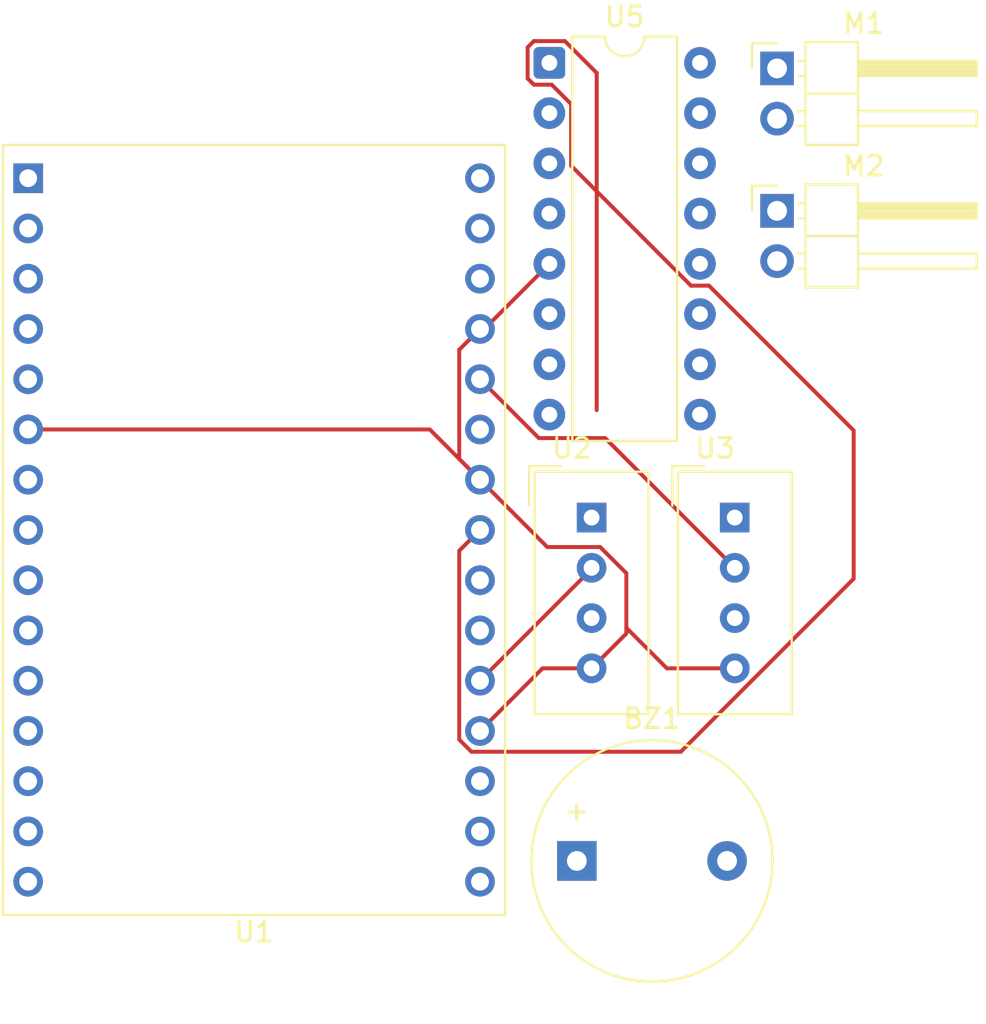
<source format=kicad_pcb>
(kicad_pcb (version 20241229) (generator "pcbnew") (generator_version "9.0")
  (layers (0 "F.Cu" signal) (2 "B.Cu" signal) (13 "F.Paste" user) (15 "B.Paste" user) (5 "F.SilkS" user "F.Silkscreen") (7 "B.SilkS" user "B.Silkscreen") (1 "F.Mask" user) (3 "B.Mask" user) (25 "Edge.Cuts" user))
  (net 0 "")
  (net 1 "Net-(BZ1-+)")
  (net 2 "GND")
  (net 3 "Net-(M1-+)")
  (net 4 "Net-(M1--)")
  (net 5 "Net-(M2--)")
  (net 6 "Net-(M2-+)")
  (net 7 "VCC")
  (net 9 "Net-(U1-IO5)")
  (net 10 "Net-(U1-IO8)")
  (net 14 "Net-(U1-IO9)")
  (net 15 "Net-(U1-IO7)")
  (net 20 "Net-(U1-IO4)")
  (net 22 "Net-(U1-IO6)")
  (net 25 "+5V")
  (net 28 "VDD")
  (footprint "RF_Module:ESP32-C3-DevKitM-1" (layer "F.Cu") (at 118.735 52.275)
    (property "Reference" "U1" (at 11.43 38.1 0) (layer "F.SilkS"))
    (property "Value" "ESP32-C3-DevKitM-1")
    (fp_line (start -1.27 -1.68) (end 24.13 -1.68) (stroke (width 0.12)) (layer "F.SilkS"))
    (fp_line (start -1.27 37.24) (end -1.27 -1.68) (stroke (width 0.12)) (layer "F.SilkS"))
    (fp_line (start 24.13 -1.68) (end 24.13 37.24) (stroke (width 0.12)) (layer "F.SilkS"))
    (fp_line (start 24.13 37.24) (end -1.27 37.24) (stroke (width 0.12)) (layer "F.SilkS"))
    (pad "1" thru_hole rect (at 0 0) (size 1.5 1.5) (drill 0.9) (layers "*.Cu" "*.Mask") (net 2 "GND"))
    (pad "2" thru_hole circle (at 0 2.54) (size 1.5 1.5) (drill 0.9) (layers "*.Cu" "*.Mask"))
    (pad "3" thru_hole circle (at 0 5.08) (size 1.5 1.5) (drill 0.9) (layers "*.Cu" "*.Mask"))
    (pad "4" thru_hole circle (at 0 7.62) (size 1.5 1.5) (drill 0.9) (layers "*.Cu" "*.Mask"))
    (pad "5" thru_hole circle (at 0 10.16) (size 1.5 1.5) (drill 0.9) (layers "*.Cu" "*.Mask"))
    (pad "6" thru_hole circle (at 0 12.7) (size 1.5 1.5) (drill 0.9) (layers "*.Cu" "*.Mask") (net 2 "GND"))
    (pad "7" thru_hole circle (at 0 15.24) (size 1.5 1.5) (drill 0.9) (layers "*.Cu" "*.Mask"))
    (pad "8" thru_hole circle (at 0 17.78) (size 1.5 1.5) (drill 0.9) (layers "*.Cu" "*.Mask") (net 2 "GND"))
    (pad "9" thru_hole circle (at 0 20.32) (size 1.5 1.5) (drill 0.9) (layers "*.Cu" "*.Mask"))
    (pad "10" thru_hole circle (at 0 22.86) (size 1.5 1.5) (drill 0.9) (layers "*.Cu" "*.Mask"))
    (pad "11" thru_hole circle (at 0 25.4) (size 1.5 1.5) (drill 0.9) (layers "*.Cu" "*.Mask") (net 1 "Net-(BZ1-+)"))
    (pad "12" thru_hole circle (at 0 27.94) (size 1.5 1.5) (drill 0.9) (layers "*.Cu" "*.Mask") (net 2 "GND"))
    (pad "13" thru_hole circle (at 0 30.48) (size 1.5 1.5) (drill 0.9) (layers "*.Cu" "*.Mask") (net 7 "VCC"))
    (pad "14" thru_hole circle (at 0 33.02) (size 1.5 1.5) (drill 0.9) (layers "*.Cu" "*.Mask") (net 7 "VCC"))
    (pad "15" thru_hole circle (at 0 35.56) (size 1.5 1.5) (drill 0.9) (layers "*.Cu" "*.Mask") (net 2 "GND"))
    (pad "16" thru_hole circle (at 22.86 35.56) (size 1.5 1.5) (drill 0.9) (layers "*.Cu" "*.Mask") (net 2 "GND"))
    (pad "17" thru_hole circle (at 22.86 33.02) (size 1.5 1.5) (drill 0.9) (layers "*.Cu" "*.Mask"))
    (pad "18" thru_hole circle (at 22.86 30.48) (size 1.5 1.5) (drill 0.9) (layers "*.Cu" "*.Mask"))
    (pad "19" thru_hole circle (at 22.86 27.94) (size 1.5 1.5) (drill 0.9) (layers "*.Cu" "*.Mask") (net 2 "GND"))
    (pad "20" thru_hole circle (at 22.86 25.4) (size 1.5 1.5) (drill 0.9) (layers "*.Cu" "*.Mask") (net 20 "Net-(U1-IO4)"))
    (pad "21" thru_hole circle (at 22.86 22.86) (size 1.5 1.5) (drill 0.9) (layers "*.Cu" "*.Mask") (net 9 "Net-(U1-IO5)"))
    (pad "22" thru_hole circle (at 22.86 20.32) (size 1.5 1.5) (drill 0.9) (layers "*.Cu" "*.Mask") (net 22 "Net-(U1-IO6)"))
    (pad "23" thru_hole circle (at 22.86 17.78) (size 1.5 1.5) (drill 0.9) (layers "*.Cu" "*.Mask") (net 15 "Net-(U1-IO7)"))
    (pad "24" thru_hole circle (at 22.86 15.24) (size 1.5 1.5) (drill 0.9) (layers "*.Cu" "*.Mask") (net 2 "GND"))
    (pad "25" thru_hole circle (at 22.86 12.7) (size 1.5 1.5) (drill 0.9) (layers "*.Cu" "*.Mask") (net 10 "Net-(U1-IO8)"))
    (pad "26" thru_hole circle (at 22.86 10.16) (size 1.5 1.5) (drill 0.9) (layers "*.Cu" "*.Mask") (net 14 "Net-(U1-IO9)"))
    (pad "27" thru_hole circle (at 22.86 7.62) (size 1.5 1.5) (drill 0.9) (layers "*.Cu" "*.Mask") (net 2 "GND"))
    (pad "28" thru_hole circle (at 22.86 5.08) (size 1.5 1.5) (drill 0.9) (layers "*.Cu" "*.Mask"))
    (pad "29" thru_hole circle (at 22.86 2.54) (size 1.5 1.5) (drill 0.9) (layers "*.Cu" "*.Mask"))
    (pad "30" thru_hole circle (at 22.86 0) (size 1.5 1.5) (drill 0.9) (layers "*.Cu" "*.Mask") (net 2 "GND"))
  )
  (footprint "Connector_PinHeader_2.54mm:PinHeader_1x02_P2.54mm_Horizontal" (layer "F.Cu") (at 156.625 46.725)
    (property "Reference" "M1" (at 4.385 -2.27 0) (layer "F.SilkS"))
    (property "Value" "Motor_DC")
    (fp_line (start -1.27 -1.27) (end 0 -1.27) (stroke (width 0.12)) (layer "F.SilkS"))
    (fp_line (start -1.27 0) (end -1.27 -1.27) (stroke (width 0.12)) (layer "F.SilkS"))
    (fp_line (start 1.042929 2.16) (end 1.44 2.16) (stroke (width 0.12)) (layer "F.SilkS"))
    (fp_line (start 1.042929 2.92) (end 1.44 2.92) (stroke (width 0.12)) (layer "F.SilkS"))
    (fp_line (start 1.11 -0.38) (end 1.44 -0.38) (stroke (width 0.12)) (layer "F.SilkS"))
    (fp_line (start 1.11 0.38) (end 1.44 0.38) (stroke (width 0.12)) (layer "F.SilkS"))
    (fp_line (start 1.44 -1.33) (end 1.44 3.87) (stroke (width 0.12)) (layer "F.SilkS"))
    (fp_line (start 1.44 1.27) (end 4.1 1.27) (stroke (width 0.12)) (layer "F.SilkS"))
    (fp_line (start 1.44 3.87) (end 4.1 3.87) (stroke (width 0.12)) (layer "F.SilkS"))
    (fp_line (start 4.1 -1.33) (end 1.44 -1.33) (stroke (width 0.12)) (layer "F.SilkS"))
    (fp_line (start 4.1 -0.38) (end 10.1 -0.38) (stroke (width 0.12)) (layer "F.SilkS"))
    (fp_line (start 4.1 -0.32) (end 10.1 -0.32) (stroke (width 0.12)) (layer "F.SilkS"))
    (fp_line (start 4.1 -0.2) (end 10.1 -0.2) (stroke (width 0.12)) (layer "F.SilkS"))
    (fp_line (start 4.1 -0.08) (end 10.1 -0.08) (stroke (width 0.12)) (layer "F.SilkS"))
    (fp_line (start 4.1 0.04) (end 10.1 0.04) (stroke (width 0.12)) (layer "F.SilkS"))
    (fp_line (start 4.1 0.16) (end 10.1 0.16) (stroke (width 0.12)) (layer "F.SilkS"))
    (fp_line (start 4.1 0.28) (end 10.1 0.28) (stroke (width 0.12)) (layer "F.SilkS"))
    (fp_line (start 4.1 2.16) (end 10.1 2.16) (stroke (width 0.12)) (layer "F.SilkS"))
    (fp_line (start 4.1 3.87) (end 4.1 -1.33) (stroke (width 0.12)) (layer "F.SilkS"))
    (fp_line (start 10.1 -0.38) (end 10.1 0.38) (stroke (width 0.12)) (layer "F.SilkS"))
    (fp_line (start 10.1 0.38) (end 4.1 0.38) (stroke (width 0.12)) (layer "F.SilkS"))
    (fp_line (start 10.1 2.16) (end 10.1 2.92) (stroke (width 0.12)) (layer "F.SilkS"))
    (fp_line (start 10.1 2.92) (end 4.1 2.92) (stroke (width 0.12)) (layer "F.SilkS"))
    (pad "1" thru_hole rect (at 0 0) (size 1.7 1.7) (drill 1) (layers "*.Cu" "*.Mask") (net 3 "Net-(M1-+)"))
    (pad "2" thru_hole oval (at 0 2.54) (size 1.7 1.7) (drill 1) (layers "*.Cu" "*.Mask") (net 4 "Net-(M1--)"))
  )
  (footprint "Sensor:Aosong_DHT11_5.5x12.0_P2.54mm" (layer "F.Cu") (at 154.485 69.43)
    (property "Reference" "U3" (at -1 -3.5 0) (layer "F.SilkS"))
    (property "Value" "DHT11")
    (fp_line (start -3.16 -2.6) (end -3.16 -0.6) (stroke (width 0.12)) (layer "F.SilkS"))
    (fp_line (start -3.16 -2.6) (end -1.55 -2.6) (stroke (width 0.12)) (layer "F.SilkS"))
    (fp_line (start -2.88 9.94) (end -2.88 -2.31) (stroke (width 0.12)) (layer "F.SilkS"))
    (fp_line (start -2.87 -2.32) (end 2.87 -2.32) (stroke (width 0.12)) (layer "F.SilkS"))
    (fp_line (start 2.88 -2.32) (end 2.88 9.94) (stroke (width 0.12)) (layer "F.SilkS"))
    (fp_line (start 2.88 9.94) (end -2.88 9.94) (stroke (width 0.12)) (layer "F.SilkS"))
    (pad "1" thru_hole rect (at 0 0) (size 1.5 1.5) (drill 0.8) (layers "*.Cu" "*.Mask") (net 28 "VDD"))
    (pad "2" thru_hole circle (at 0 2.54) (size 1.5 1.5) (drill 0.8) (layers "*.Cu" "*.Mask") (net 14 "Net-(U1-IO9)"))
    (pad "3" thru_hole circle (at 0 5.08) (size 1.5 1.5) (drill 0.8) (layers "*.Cu" "*.Mask"))
    (pad "4" thru_hole circle (at 0 7.62) (size 1.5 1.5) (drill 0.8) (layers "*.Cu" "*.Mask") (net 2 "GND"))
  )
  (footprint "Connector_PinHeader_2.54mm:PinHeader_1x02_P2.54mm_Horizontal" (layer "F.Cu") (at 156.625 53.925)
    (property "Reference" "M2" (at 4.385 -2.27 0) (layer "F.SilkS"))
    (property "Value" "Motor_DC")
    (fp_line (start -1.27 -1.27) (end 0 -1.27) (stroke (width 0.12)) (layer "F.SilkS"))
    (fp_line (start -1.27 0) (end -1.27 -1.27) (stroke (width 0.12)) (layer "F.SilkS"))
    (fp_line (start 1.042929 2.16) (end 1.44 2.16) (stroke (width 0.12)) (layer "F.SilkS"))
    (fp_line (start 1.042929 2.92) (end 1.44 2.92) (stroke (width 0.12)) (layer "F.SilkS"))
    (fp_line (start 1.11 -0.38) (end 1.44 -0.38) (stroke (width 0.12)) (layer "F.SilkS"))
    (fp_line (start 1.11 0.38) (end 1.44 0.38) (stroke (width 0.12)) (layer "F.SilkS"))
    (fp_line (start 1.44 -1.33) (end 1.44 3.87) (stroke (width 0.12)) (layer "F.SilkS"))
    (fp_line (start 1.44 1.27) (end 4.1 1.27) (stroke (width 0.12)) (layer "F.SilkS"))
    (fp_line (start 1.44 3.87) (end 4.1 3.87) (stroke (width 0.12)) (layer "F.SilkS"))
    (fp_line (start 4.1 -1.33) (end 1.44 -1.33) (stroke (width 0.12)) (layer "F.SilkS"))
    (fp_line (start 4.1 -0.38) (end 10.1 -0.38) (stroke (width 0.12)) (layer "F.SilkS"))
    (fp_line (start 4.1 -0.32) (end 10.1 -0.32) (stroke (width 0.12)) (layer "F.SilkS"))
    (fp_line (start 4.1 -0.2) (end 10.1 -0.2) (stroke (width 0.12)) (layer "F.SilkS"))
    (fp_line (start 4.1 -0.08) (end 10.1 -0.08) (stroke (width 0.12)) (layer "F.SilkS"))
    (fp_line (start 4.1 0.04) (end 10.1 0.04) (stroke (width 0.12)) (layer "F.SilkS"))
    (fp_line (start 4.1 0.16) (end 10.1 0.16) (stroke (width 0.12)) (layer "F.SilkS"))
    (fp_line (start 4.1 0.28) (end 10.1 0.28) (stroke (width 0.12)) (layer "F.SilkS"))
    (fp_line (start 4.1 2.16) (end 10.1 2.16) (stroke (width 0.12)) (layer "F.SilkS"))
    (fp_line (start 4.1 3.87) (end 4.1 -1.33) (stroke (width 0.12)) (layer "F.SilkS"))
    (fp_line (start 10.1 -0.38) (end 10.1 0.38) (stroke (width 0.12)) (layer "F.SilkS"))
    (fp_line (start 10.1 0.38) (end 4.1 0.38) (stroke (width 0.12)) (layer "F.SilkS"))
    (fp_line (start 10.1 2.16) (end 10.1 2.92) (stroke (width 0.12)) (layer "F.SilkS"))
    (fp_line (start 10.1 2.92) (end 4.1 2.92) (stroke (width 0.12)) (layer "F.SilkS"))
    (pad "1" thru_hole rect (at 0 0) (size 1.7 1.7) (drill 1) (layers "*.Cu" "*.Mask") (net 6 "Net-(M2-+)"))
    (pad "2" thru_hole oval (at 0 2.54) (size 1.7 1.7) (drill 1) (layers "*.Cu" "*.Mask") (net 5 "Net-(M2--)"))
  )
  (footprint "Package_DIP:DIP-16_W7.62mm" (layer "F.Cu") (at 145.105 46.445)
    (property "Reference" "U5" (at 3.81 -2.33 0) (layer "F.SilkS"))
    (property "Value" "L293D")
    (fp_line (start 1.16 -1.33) (end 1.16 19.11) (stroke (width 0.12)) (layer "F.SilkS"))
    (fp_line (start 1.16 19.11) (end 6.46 19.11) (stroke (width 0.12)) (layer "F.SilkS"))
    (fp_line (start 2.81 -1.33) (end 1.16 -1.33) (stroke (width 0.12)) (layer "F.SilkS"))
    (fp_line (start 6.46 -1.33) (end 4.81 -1.33) (stroke (width 0.12)) (layer "F.SilkS"))
    (fp_line (start 6.46 19.11) (end 6.46 -1.33) (stroke (width 0.12)) (layer "F.SilkS"))
    (fp_arc (start 4.81 -1.33) (mid 3.81 -0.33) (end 2.81 -1.33) (stroke (width 0.12)) (layer "F.SilkS"))
    (pad "1" thru_hole roundrect (at 0 0) (size 1.6 1.6) (drill 0.8) (layers "*.Cu" "*.Mask") (roundrect_rratio 0.15625) (net 9 "Net-(U1-IO5)"))
    (pad "2" thru_hole circle (at 0 2.54) (size 1.6 1.6) (drill 0.8) (layers "*.Cu" "*.Mask") (net 22 "Net-(U1-IO6)"))
    (pad "3" thru_hole circle (at 0 5.08) (size 1.6 1.6) (drill 0.8) (layers "*.Cu" "*.Mask") (net 3 "Net-(M1-+)"))
    (pad "4" thru_hole circle (at 0 7.62) (size 1.6 1.6) (drill 0.8) (layers "*.Cu" "*.Mask") (net 2 "GND"))
    (pad "5" thru_hole circle (at 0 10.16) (size 1.6 1.6) (drill 0.8) (layers "*.Cu" "*.Mask") (net 2 "GND"))
    (pad "6" thru_hole circle (at 0 12.7) (size 1.6 1.6) (drill 0.8) (layers "*.Cu" "*.Mask") (net 4 "Net-(M1--)"))
    (pad "7" thru_hole circle (at 0 15.24) (size 1.6 1.6) (drill 0.8) (layers "*.Cu" "*.Mask") (net 15 "Net-(U1-IO7)"))
    (pad "8" thru_hole circle (at 0 17.78) (size 1.6 1.6) (drill 0.8) (layers "*.Cu" "*.Mask") (net 7 "VCC"))
    (pad "9" thru_hole circle (at 7.62 17.78) (size 1.6 1.6) (drill 0.8) (layers "*.Cu" "*.Mask"))
    (pad "10" thru_hole circle (at 7.62 15.24) (size 1.6 1.6) (drill 0.8) (layers "*.Cu" "*.Mask") (net 10 "Net-(U1-IO8)"))
    (pad "11" thru_hole circle (at 7.62 12.7) (size 1.6 1.6) (drill 0.8) (layers "*.Cu" "*.Mask") (net 6 "Net-(M2-+)"))
    (pad "12" thru_hole circle (at 7.62 10.16) (size 1.6 1.6) (drill 0.8) (layers "*.Cu" "*.Mask") (net 2 "GND"))
    (pad "13" thru_hole circle (at 7.62 7.62) (size 1.6 1.6) (drill 0.8) (layers "*.Cu" "*.Mask") (net 2 "GND"))
    (pad "14" thru_hole circle (at 7.62 5.08) (size 1.6 1.6) (drill 0.8) (layers "*.Cu" "*.Mask") (net 5 "Net-(M2--)"))
    (pad "15" thru_hole circle (at 7.62 2.54) (size 1.6 1.6) (drill 0.8) (layers "*.Cu" "*.Mask"))
    (pad "16" thru_hole circle (at 7.62 0) (size 1.6 1.6) (drill 0.8) (layers "*.Cu" "*.Mask") (net 7 "VCC"))
  )
  (footprint "Buzzer_Beeper:Buzzer_12x9.5RM7.6" (layer "F.Cu") (at 146.495 86.785)
    (property "Reference" "BZ1" (at 3.8 -7.2 0) (layer "F.SilkS"))
    (property "Value" "Buzzer")
    (fp_circle (center 3.8 0) (end 9.9 0) (stroke (width 0.12)) (fill no) (layer "F.SilkS"))
    (fp_text user "+" (at -0.01 -2.54 0) (layer "F.SilkS"))
    (pad "1" thru_hole rect (at 0 0) (size 2 2) (drill 1) (layers "*.Cu" "*.Mask") (net 1 "Net-(BZ1-+)"))
    (pad "2" thru_hole circle (at 7.6 0) (size 2 2) (drill 1) (layers "*.Cu" "*.Mask") (net 2 "GND"))
  )
  (footprint "Sensor:Aosong_DHT11_5.5x12.0_P2.54mm" (layer "F.Cu") (at 147.24 69.43)
    (property "Reference" "U2" (at -1 -3.5 0) (layer "F.SilkS"))
    (property "Value" "DHT11")
    (fp_line (start -3.16 -2.6) (end -3.16 -0.6) (stroke (width 0.12)) (layer "F.SilkS"))
    (fp_line (start -3.16 -2.6) (end -1.55 -2.6) (stroke (width 0.12)) (layer "F.SilkS"))
    (fp_line (start -2.88 9.94) (end -2.88 -2.31) (stroke (width 0.12)) (layer "F.SilkS"))
    (fp_line (start -2.87 -2.32) (end 2.87 -2.32) (stroke (width 0.12)) (layer "F.SilkS"))
    (fp_line (start 2.88 -2.32) (end 2.88 9.94) (stroke (width 0.12)) (layer "F.SilkS"))
    (fp_line (start 2.88 9.94) (end -2.88 9.94) (stroke (width 0.12)) (layer "F.SilkS"))
    (pad "1" thru_hole rect (at 0 0) (size 1.5 1.5) (drill 0.8) (layers "*.Cu" "*.Mask") (net 25 "+5V"))
    (pad "2" thru_hole circle (at 0 2.54) (size 1.5 1.5) (drill 0.8) (layers "*.Cu" "*.Mask") (net 20 "Net-(U1-IO4)"))
    (pad "3" thru_hole circle (at 0 5.08) (size 1.5 1.5) (drill 0.8) (layers "*.Cu" "*.Mask"))
    (pad "4" thru_hole circle (at 0 7.62) (size 1.5 1.5) (drill 0.8) (layers "*.Cu" "*.Mask") (net 2 "GND"))
  )
  (segment (start 151.05 77.05) (end 154.485 77.05) (width 0.2) (layer "F.Cu") (net 2))
  (segment (start 140.544 60.946) (end 140.544 66.464) (width 0.2) (layer "F.Cu") (net 2))
  (segment (start 149 72.243661) (end 149 75) (width 0.2) (layer "F.Cu") (net 2))
  (segment (start 141.595 59.895) (end 140.544 60.946) (width 0.2) (layer "F.Cu") (net 2))
  (segment (start 141.595 67.515) (end 144.999 70.919) (width 0.2) (layer "F.Cu") (net 2))
  (segment (start 141.815 59.895) (end 145.105 56.605) (width 0.2) (layer "F.Cu") (net 2))
  (segment (start 149 75) (end 149 75.29) (width 0.2) (layer "F.Cu") (net 2))
  (segment (start 141.595 67.515) (end 139.055 64.975) (width 0.2) (layer "F.Cu") (net 2))
  (segment (start 141.595 59.895) (end 141.815 59.895) (width 0.2) (layer "F.Cu") (net 2))
  (segment (start 149 75) (end 151.05 77.05) (width 0.2) (layer "F.Cu") (net 2))
  (segment (start 147.675339 70.919) (end 149 72.243661) (width 0.2) (layer "F.Cu") (net 2))
  (segment (start 141.595 80.215) (end 144.76 77.05) (width 0.2) (layer "F.Cu") (net 2))
  (segment (start 140.544 66.464) (end 141.595 67.515) (width 0.2) (layer "F.Cu") (net 2))
  (segment (start 144.999 70.919) (end 147.675339 70.919) (width 0.2) (layer "F.Cu") (net 2))
  (segment (start 139.055 64.975) (end 118.735 64.975) (width 0.2) (layer "F.Cu") (net 2))
  (segment (start 144.76 77.05) (end 147.24 77.05) (width 0.2) (layer "F.Cu") (net 2))
  (segment (start 149 75.29) (end 147.24 77.05) (width 0.2) (layer "F.Cu") (net 2))
  (segment (start 147.925339 65.410339) (end 144.570339 65.410339) (width 0.2) (layer "F.Cu") (net 14))
  (segment (start 154.485 71.97) (end 147.925339 65.410339) (width 0.2) (layer "F.Cu") (net 14))
  (segment (start 144.570339 65.410339) (end 141.595 62.435) (width 0.2) (layer "F.Cu") (net 14))
  (segment (start 144.31984 45.344) (end 145.89016 45.344) (width 0.2) (layer "F.Cu") (net 15))
  (segment (start 140.544 80.650339) (end 141.159661 81.266) (width 0.2) (layer "F.Cu") (net 15))
  (segment (start 151.755339 81.266) (end 160.5 72.521339) (width 0.2) (layer "F.Cu") (net 15))
  (segment (start 153.18105 57.706) (end 152.26895 57.706) (width 0.2) (layer "F.Cu") (net 15))
  (segment (start 140.544 71.106) (end 140.544 80.650339) (width 0.2) (layer "F.Cu") (net 15))
  (segment (start 141.595 70.055) (end 140.544 71.106) (width 0.2) (layer "F.Cu") (net 15))
  (segment (start 160.5 65.02495) (end 153.18105 57.706) (width 0.2) (layer "F.Cu") (net 15))
  (segment (start 141.159661 81.266) (end 151.755339 81.266) (width 0.2) (layer "F.Cu") (net 15))
  (segment (start 145 47.546) (end 144.31984 47.546) (width 0.2) (layer "F.Cu") (net 15))
  (segment (start 147.5 46.95384) (end 147.5 64) (width 0.2) (layer "F.Cu") (net 15))
  (segment (start 145.22305 47.546) (end 145 47.546) (width 0.2) (layer "F.Cu") (net 15))
  (segment (start 146.206 48.52895) (end 145.22305 47.546) (width 0.2) (layer "F.Cu") (net 15))
  (segment (start 146.206 51.64305) (end 146.206 48.52895) (width 0.2) (layer "F.Cu") (net 15))
  (segment (start 144.004 47.23016) (end 144.004 45.65984) (width 0.2) (layer "F.Cu") (net 15))
  (segment (start 152.26895 57.706) (end 146.206 51.64305) (width 0.2) (layer "F.Cu") (net 15))
  (segment (start 145.89016 45.344) (end 147.5 46.95384) (width 0.2) (layer "F.Cu") (net 15))
  (segment (start 144.004 45.65984) (end 144.31984 45.344) (width 0.2) (layer "F.Cu") (net 15))
  (segment (start 144.31984 47.546) (end 144.004 47.23016) (width 0.2) (layer "F.Cu") (net 15))
  (segment (start 160.5 72.521339) (end 160.5 65.02495) (width 0.2) (layer "F.Cu") (net 15))
  (segment (start 141.595 77.675) (end 147.24 72.03) (width 0.2) (layer "F.Cu") (net 20))
  (segment (start 147.24 72.03) (end 147.24 71.97) (width 0.2) (layer "F.Cu") (net 20))
)
</source>
